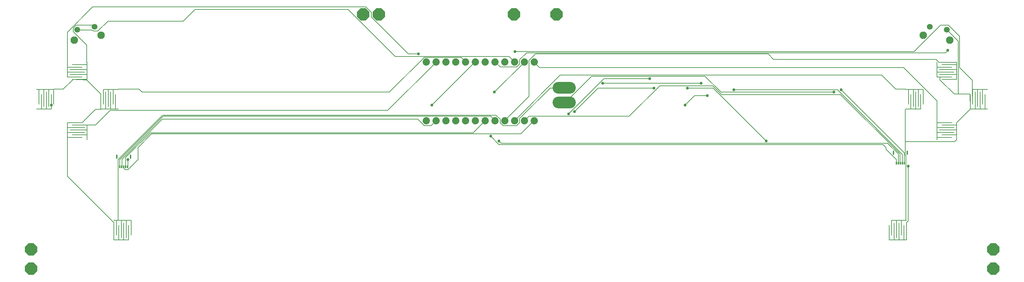
<source format=gbr>
G04 EAGLE Gerber RS-274X export*
G75*
%MOMM*%
%FSLAX34Y34*%
%LPD*%
%INTop Copper*%
%IPPOS*%
%AMOC8*
5,1,8,0,0,1.08239X$1,22.5*%
G01*
G04 Define Apertures*
%ADD10C,1.879600*%
%ADD11R,0.300000X0.700000*%
%ADD12R,0.300000X1.000000*%
%ADD13C,3.009900*%
%ADD14C,0.203200*%
%ADD15R,0.203200X0.203200*%
%ADD16C,1.498600*%
%ADD17C,1.943100*%
%ADD18P,3.4091X8X22.5*%
%ADD19C,0.152400*%
%ADD20C,0.756400*%
D10*
X1223000Y616200D03*
X1248400Y616200D03*
X1273800Y616200D03*
X1299200Y616200D03*
X1324600Y616200D03*
X1350000Y616200D03*
X1375400Y616200D03*
X1400800Y616200D03*
X1426200Y616200D03*
X1451600Y616200D03*
X1477000Y616200D03*
X1502400Y616200D03*
X1502400Y463800D03*
X1477000Y463800D03*
X1451600Y463800D03*
X1426200Y463800D03*
X1400800Y463800D03*
X1375400Y463800D03*
X1350000Y463800D03*
X1324600Y463800D03*
X1299200Y463800D03*
X1273800Y463800D03*
X1248400Y463800D03*
X1223000Y463800D03*
D11*
X450000Y344000D03*
X445000Y344000D03*
X440000Y344000D03*
X435000Y344000D03*
X430000Y344000D03*
D12*
X457900Y370500D03*
X422100Y370500D03*
D11*
X2460000Y354000D03*
X2455000Y354000D03*
X2450000Y354000D03*
X2445000Y354000D03*
X2440000Y354000D03*
D12*
X2467900Y380500D03*
X2432100Y380500D03*
D13*
X1595050Y510950D02*
X1564951Y510950D01*
X1564951Y549050D02*
X1595050Y549050D01*
D14*
X2550950Y440000D02*
X2595400Y440000D01*
X2589050Y433650D02*
X2544600Y433650D01*
X2557300Y427300D02*
X2595400Y427300D01*
X2589050Y446350D02*
X2544600Y446350D01*
X2557300Y452700D02*
X2595400Y452700D01*
X2582700Y459050D02*
X2544600Y459050D01*
X2544600Y420950D02*
X2582700Y420950D01*
X2544600Y414600D02*
X2544600Y459050D01*
X2595400Y452700D02*
X2595400Y414600D01*
D15*
X2595400Y414600D03*
X2544600Y414600D03*
D14*
X345400Y440000D02*
X300950Y440000D01*
X294600Y433650D02*
X339050Y433650D01*
X345400Y427300D02*
X307300Y427300D01*
X294600Y446350D02*
X339050Y446350D01*
X345400Y452700D02*
X307300Y452700D01*
X294600Y459050D02*
X332700Y459050D01*
X332700Y420950D02*
X294600Y420950D01*
X294600Y414600D02*
X294600Y459050D01*
X345400Y452700D02*
X345400Y414600D01*
D15*
X345400Y414600D03*
X294600Y414600D03*
D16*
X320000Y700000D03*
X364275Y707807D03*
D17*
X312066Y673325D03*
X381105Y685498D03*
D14*
X240000Y539050D02*
X240000Y494600D01*
X233650Y500950D02*
X233650Y545400D01*
X227300Y532700D02*
X227300Y494600D01*
X246350Y500950D02*
X246350Y545400D01*
X252700Y532700D02*
X252700Y494600D01*
X259050Y507300D02*
X259050Y545400D01*
X220950Y545400D02*
X220950Y507300D01*
X214600Y545400D02*
X259050Y545400D01*
X252700Y494600D02*
X214600Y494600D01*
D15*
X214600Y494600D03*
X214600Y545400D03*
D16*
X2570000Y700000D03*
X2525725Y707807D03*
D17*
X2577934Y673325D03*
X2508896Y685498D03*
D14*
X400000Y545400D02*
X400000Y500950D01*
X406350Y494600D02*
X406350Y539050D01*
X412700Y545400D02*
X412700Y507300D01*
X393650Y494600D02*
X393650Y539050D01*
X387300Y545400D02*
X387300Y507300D01*
X380950Y494600D02*
X380950Y532700D01*
X419050Y532700D02*
X419050Y494600D01*
X425400Y494600D02*
X380950Y494600D01*
X387300Y545400D02*
X425400Y545400D01*
D15*
X425400Y545400D03*
X425400Y494600D03*
D14*
X440000Y199050D02*
X440000Y154600D01*
X433650Y160950D02*
X433650Y205400D01*
X427300Y192700D02*
X427300Y154600D01*
X446350Y160950D02*
X446350Y205400D01*
X452700Y192700D02*
X452700Y154600D01*
X459050Y167300D02*
X459050Y205400D01*
X420950Y205400D02*
X420950Y167300D01*
X414600Y205400D02*
X459050Y205400D01*
X452700Y154600D02*
X414600Y154600D01*
D15*
X414600Y154600D03*
X414600Y205400D03*
D14*
X2440000Y205400D02*
X2440000Y160950D01*
X2446350Y154600D02*
X2446350Y199050D01*
X2452700Y205400D02*
X2452700Y167300D01*
X2433650Y154600D02*
X2433650Y199050D01*
X2427300Y205400D02*
X2427300Y167300D01*
X2420950Y154600D02*
X2420950Y192700D01*
X2459050Y192700D02*
X2459050Y154600D01*
X2465400Y154600D02*
X2420950Y154600D01*
X2427300Y205400D02*
X2465400Y205400D01*
D15*
X2465400Y205400D03*
X2465400Y154600D03*
D14*
X339050Y590000D02*
X294600Y590000D01*
X300950Y596350D02*
X345400Y596350D01*
X332700Y602700D02*
X294600Y602700D01*
X300950Y583650D02*
X345400Y583650D01*
X332700Y577300D02*
X294600Y577300D01*
X307300Y570950D02*
X345400Y570950D01*
X345400Y609050D02*
X307300Y609050D01*
X345400Y615400D02*
X345400Y570950D01*
X294600Y577300D02*
X294600Y615400D01*
D15*
X294600Y615400D03*
X345400Y615400D03*
D14*
X2544600Y590000D02*
X2589050Y590000D01*
X2595400Y596350D02*
X2550950Y596350D01*
X2544600Y602700D02*
X2582700Y602700D01*
X2595400Y583650D02*
X2550950Y583650D01*
X2544600Y577300D02*
X2582700Y577300D01*
X2595400Y570950D02*
X2557300Y570950D01*
X2557300Y609050D02*
X2595400Y609050D01*
X2595400Y615400D02*
X2595400Y570950D01*
X2544600Y577300D02*
X2544600Y615400D01*
D15*
X2544600Y615400D03*
X2595400Y615400D03*
D18*
X1060000Y740000D03*
X1100000Y740000D03*
X1450000Y740000D03*
X1560000Y740000D03*
X2690000Y130000D03*
X2690000Y80000D03*
X200000Y130000D03*
X200000Y80000D03*
D14*
X2490000Y494600D02*
X2490000Y539050D01*
X2483650Y545400D02*
X2483650Y500950D01*
X2477300Y494600D02*
X2477300Y532700D01*
X2496350Y545400D02*
X2496350Y500950D01*
X2502700Y494600D02*
X2502700Y532700D01*
X2509050Y545400D02*
X2509050Y507300D01*
X2470950Y507300D02*
X2470950Y545400D01*
X2464600Y545400D02*
X2509050Y545400D01*
X2502700Y494600D02*
X2464600Y494600D01*
D15*
X2464600Y494600D03*
X2464600Y545400D03*
D14*
X2650000Y545400D02*
X2650000Y500950D01*
X2656350Y494600D02*
X2656350Y539050D01*
X2662700Y545400D02*
X2662700Y507300D01*
X2643650Y494600D02*
X2643650Y539050D01*
X2637300Y545400D02*
X2637300Y507300D01*
X2630950Y494600D02*
X2630950Y532700D01*
X2669050Y532700D02*
X2669050Y494600D01*
X2675400Y494600D02*
X2630950Y494600D01*
X2637300Y545400D02*
X2675400Y545400D01*
D15*
X2675400Y545400D03*
X2675400Y494600D03*
D19*
X451104Y362712D02*
X451104Y344424D01*
X450000Y344000D01*
X2459736Y355092D02*
X2459736Y381000D01*
X2296668Y544068D01*
X2459736Y355092D02*
X2460000Y354000D01*
D20*
X451104Y362712D03*
X2296668Y544068D03*
D19*
X435864Y364236D02*
X435864Y344424D01*
X435864Y364236D02*
X539496Y467868D01*
X1200912Y467868D01*
X1217676Y451104D01*
X1235964Y451104D01*
X1248156Y463296D01*
X435864Y344424D02*
X435000Y344000D01*
X1248156Y463296D02*
X1248400Y463800D01*
X2444496Y377952D02*
X2444496Y355092D01*
X2444496Y377952D02*
X2417064Y405384D01*
X1417320Y405384D01*
X1411224Y411480D01*
X2444496Y355092D02*
X2445000Y354000D01*
D20*
X1411224Y411480D03*
D19*
X2455164Y376428D02*
X2455164Y355092D01*
X2455164Y376428D02*
X2287524Y544068D01*
X2019300Y544068D01*
X2455164Y355092D02*
X2455000Y354000D01*
D20*
X2019300Y544068D03*
D19*
X2439924Y362712D02*
X2439924Y355092D01*
X2439924Y362712D02*
X2412492Y390144D01*
X2412492Y394716D01*
X2404872Y402336D01*
X1411224Y402336D01*
X1389888Y423672D01*
X2439924Y355092D02*
X2440000Y354000D01*
D20*
X1389888Y423672D03*
D19*
X445008Y368808D02*
X445008Y344424D01*
X445008Y368808D02*
X509016Y432816D01*
X1344168Y432816D01*
X1374648Y463296D01*
X445008Y344424D02*
X445000Y344000D01*
X1374648Y463296D02*
X1375400Y463800D01*
X429768Y362712D02*
X429768Y344424D01*
X429768Y362712D02*
X542544Y475488D01*
X1389888Y475488D01*
X1400556Y464820D01*
X430000Y344000D02*
X429768Y344424D01*
X1400556Y464820D02*
X1400800Y463800D01*
X440436Y342900D02*
X440436Y339852D01*
X443484Y336804D01*
X451104Y336804D01*
X477012Y362712D01*
X477012Y394716D01*
X512064Y429768D01*
X1467612Y429768D01*
X1501140Y463296D01*
X440436Y342900D02*
X440000Y344000D01*
X1501140Y463296D02*
X1502400Y463800D01*
X2449068Y377952D02*
X2449068Y355092D01*
X2449068Y377952D02*
X2295144Y531876D01*
X1987296Y531876D01*
X1964436Y554736D01*
X1827276Y554736D01*
X1748028Y475488D01*
X1488948Y475488D01*
X1478280Y464820D01*
X2449068Y355092D02*
X2450000Y354000D01*
X1478280Y464820D02*
X1477000Y463800D01*
X294132Y615696D02*
X294132Y693420D01*
X359664Y758952D01*
X1066800Y758952D01*
X1080516Y745236D01*
X1080516Y733044D01*
X1176528Y637032D01*
X1202436Y637032D01*
X294600Y615400D02*
X294132Y615696D01*
D20*
X1202436Y637032D03*
D19*
X367284Y452628D02*
X345948Y452628D01*
X367284Y452628D02*
X405384Y490728D01*
X1123188Y490728D01*
X1248156Y615696D01*
X345948Y452628D02*
X307300Y452700D01*
X1248156Y615696D02*
X1248400Y616200D01*
X480060Y545592D02*
X425196Y545592D01*
X480060Y545592D02*
X487680Y537972D01*
X1127760Y537972D01*
X1217676Y627888D01*
X1313688Y627888D01*
X1324356Y617220D01*
X425400Y545400D02*
X425196Y545592D01*
X1324356Y617220D02*
X1324600Y616200D01*
X1348740Y615696D02*
X1237488Y504444D01*
X252984Y504444D02*
X252700Y494600D01*
X1348740Y615696D02*
X1350000Y616200D01*
D20*
X252984Y504444D03*
X1237488Y504444D03*
D19*
X2566416Y640080D02*
X2572700Y646364D01*
X2566416Y640080D02*
X1482852Y640080D01*
X1464564Y621792D01*
X1464564Y611124D01*
X1456944Y603504D01*
X1414272Y603504D01*
X1402080Y615696D01*
X1400800Y616200D01*
D20*
X2572700Y646364D03*
D19*
X1476756Y615696D02*
X1399032Y537972D01*
X1476756Y615696D02*
X1477000Y616200D01*
D20*
X1399032Y537972D03*
D19*
X358140Y699516D02*
X320040Y699516D01*
X358140Y699516D02*
X361188Y696468D01*
X373380Y696468D01*
X399288Y722376D01*
X594360Y722376D01*
X624840Y752856D01*
X1021080Y752856D01*
X1143000Y630936D01*
X1437132Y630936D01*
X1450848Y617220D01*
X320040Y699516D02*
X320000Y700000D01*
X1450848Y617220D02*
X1451600Y616200D01*
X2549652Y615696D02*
X2595372Y615696D01*
X2549652Y615696D02*
X2542032Y623316D01*
X2121408Y623316D01*
X2107692Y637032D01*
X1505712Y637032D01*
X1488948Y620268D01*
X1488948Y527304D01*
X1426464Y464820D01*
X2595400Y615400D02*
X2595372Y615696D01*
X1426464Y464820D02*
X1426200Y463800D01*
X2545080Y458724D02*
X2545080Y515112D01*
X2458212Y601980D01*
X1516380Y601980D01*
X1502664Y615696D01*
X2544600Y459050D02*
X2545080Y458724D01*
X1502664Y615696D02*
X1502400Y616200D01*
X425196Y362712D02*
X425196Y205740D01*
X425196Y362712D02*
X541020Y478536D01*
X1403604Y478536D01*
X1414272Y467868D01*
X1414272Y458724D01*
X1421892Y451104D01*
X1456944Y451104D01*
X1464564Y458724D01*
X1464564Y469392D01*
X1543812Y548640D01*
X1578864Y548640D01*
X425196Y205740D02*
X414600Y205400D01*
X1578864Y548640D02*
X1580000Y549050D01*
X2465832Y199644D02*
X2465832Y155448D01*
X2465832Y199644D02*
X2470404Y204216D01*
X2470404Y345948D01*
X2278380Y537972D02*
X1985772Y537972D01*
X1944624Y579120D01*
X1650492Y579120D01*
X1583436Y512064D01*
X1580388Y512064D01*
X2465400Y154600D02*
X2465832Y155448D01*
X1580000Y510950D02*
X1580388Y512064D01*
D20*
X2470404Y345948D03*
X2278380Y537972D03*
D19*
X1812036Y548640D02*
X1667256Y548640D01*
X1606296Y487680D01*
D20*
X1812036Y548640D03*
X1606296Y487680D03*
D19*
X1682496Y573024D02*
X1801368Y573024D01*
X1682496Y573024D02*
X1591056Y481584D01*
D20*
X1801368Y573024D03*
X1591056Y481584D03*
D19*
X1898904Y548640D02*
X1965960Y548640D01*
X2103120Y411480D01*
D20*
X1898904Y548640D03*
X2103120Y411480D03*
D19*
X1950720Y528828D02*
X1917192Y528828D01*
X1892808Y504444D01*
D20*
X1950720Y528828D03*
X1892808Y504444D03*
D19*
X1933956Y560832D02*
X1679448Y560832D01*
D20*
X1933956Y560832D03*
X1679448Y560832D03*
D19*
X2438400Y545592D02*
X2464308Y545592D01*
X2438400Y545592D02*
X2401824Y582168D01*
X1569720Y582168D01*
X1452372Y464820D01*
X2464308Y545592D02*
X2464600Y545400D01*
X1452372Y464820D02*
X1451600Y463800D01*
X2636520Y545592D02*
X2636520Y568452D01*
X2602992Y601980D01*
X2602992Y682752D01*
X2574036Y711708D01*
X2554224Y711708D01*
X2485644Y643128D01*
X1452372Y643128D01*
X2636520Y545592D02*
X2637300Y507300D01*
D20*
X1452372Y643128D03*
D19*
X2464308Y373380D02*
X2464308Y205740D01*
X2464308Y373380D02*
X2462784Y374904D01*
X2462784Y409956D02*
X2462784Y492252D01*
X2462784Y409956D02*
X2462784Y374904D01*
X2462784Y492252D02*
X2464308Y493776D01*
X2464308Y205740D02*
X2427300Y205400D01*
X2464308Y493776D02*
X2464600Y494600D01*
X2595372Y458724D02*
X2595372Y452628D01*
X2595372Y458724D02*
X2630424Y493776D01*
X2595372Y452628D02*
X2557300Y452700D01*
X2630424Y493776D02*
X2630950Y494600D01*
X2552700Y569976D02*
X2552700Y577596D01*
X2552700Y569976D02*
X2589276Y533400D01*
X2599944Y533400D02*
X2630424Y533400D01*
X2599944Y533400D02*
X2589276Y533400D01*
X2552700Y577596D02*
X2544600Y577300D01*
X2630424Y533400D02*
X2630950Y494600D01*
X2599944Y670560D02*
X2570988Y699516D01*
X2599944Y670560D02*
X2599944Y533400D01*
X2570988Y699516D02*
X2570000Y700000D01*
X2590800Y409956D02*
X2462784Y409956D01*
X2590800Y409956D02*
X2595372Y414528D01*
X2595400Y414600D01*
X283464Y545592D02*
X259080Y545592D01*
X283464Y545592D02*
X307848Y569976D01*
X259080Y545592D02*
X259050Y507300D01*
X307848Y569976D02*
X307300Y570950D01*
X344424Y569976D02*
X381000Y533400D01*
X380950Y494600D01*
X344424Y569976D02*
X307300Y570950D01*
X414528Y199644D02*
X414528Y155448D01*
X414528Y199644D02*
X294132Y320040D01*
X294132Y414528D01*
X414528Y155448D02*
X414600Y154600D01*
X294600Y414600D02*
X294132Y414528D01*
X367284Y493776D02*
X381000Y493776D01*
X367284Y493776D02*
X332232Y458724D01*
X381000Y493776D02*
X380950Y494600D01*
X332232Y458724D02*
X294600Y459050D01*
X344424Y615696D02*
X344424Y659892D01*
X309372Y694944D01*
X309372Y704088D01*
X316992Y711708D01*
X361188Y711708D01*
X364236Y708660D01*
X344424Y615696D02*
X345400Y615400D01*
X364275Y707807D02*
X364236Y708660D01*
M02*

</source>
